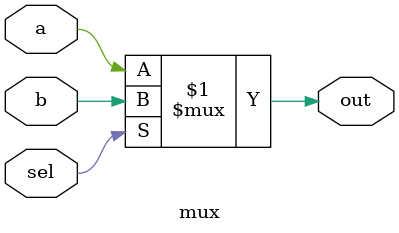
<source format=v>

module mux (
  input  wire     a  ,
  input  wire     b  ,
  input  wire     sel,
  output  reg     out
);

assign out = sel? b:a; 

endmodule

</source>
